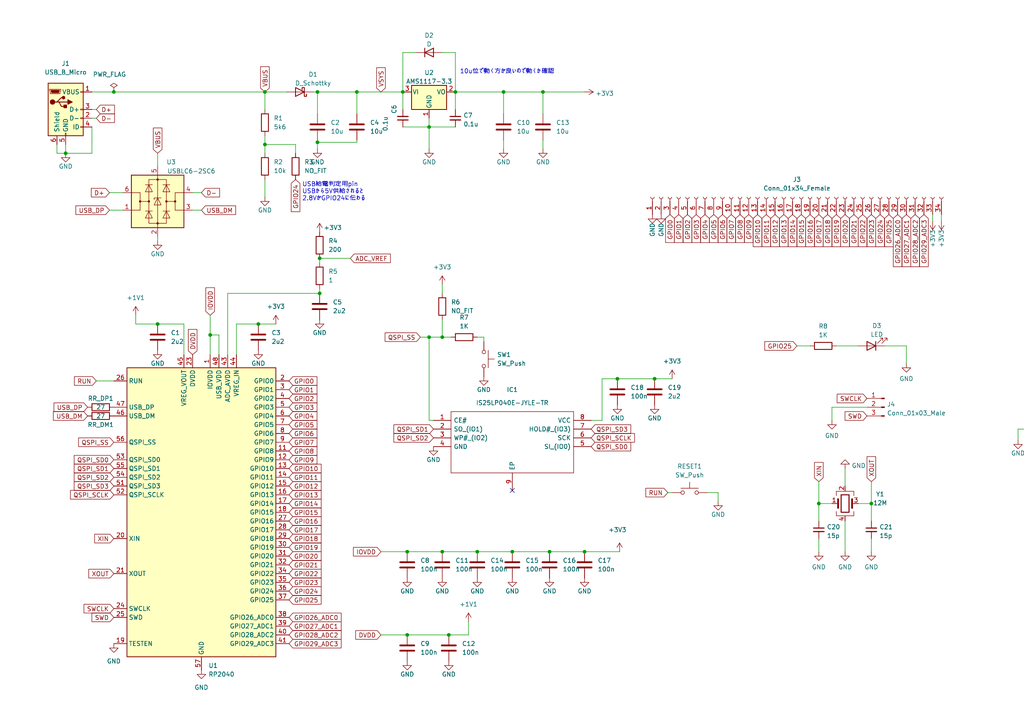
<source format=kicad_sch>
(kicad_sch (version 20230121) (generator eeschema)
  (paper "A4")
  (junction (at 124.46 97.79))
  (junction (at 159.385 160.02))
  (junction (at 252.73 146.05))
  (junction (at 45.72 93.98))
  (junction (at 237.49 146.05))
  (junction (at 132.08 26.67))
  (junction (at 33.02 26.67))
  (junction (at 130.175 184.15))
  (junction (at 103.505 26.67))
  (junction (at 92.71 85.09))
  (junction (at 148.59 160.02))
  (junction (at 146.05 26.67))
  (junction (at 92.075 26.67))
  (junction (at 76.835 41.91))
  (junction (at 118.11 184.15))
  (junction (at 116.84 26.67))
  (junction (at 128.27 97.79))
  (junction (at 179.07 109.855))
  (junction (at 60.96 97.155))
  (junction (at 128.27 160.02))
  (junction (at 124.46 36.83))
  (junction (at 74.93 93.98))
  (junction (at 118.11 160.02))
  (junction (at 169.545 160.02))
  (junction (at 76.835 26.67))
  (junction (at 92.075 41.275))
  (junction (at 92.71 74.93))
  (junction (at 19.05 44.45))
  (junction (at 189.865 109.855))
  (junction (at 157.48 26.67))
  (junction (at 138.43 160.02))
  (no_connect (at 148.59 142.24))
  (wire (pts (xy 27.94 110.49) (xy 33.02 110.49)))
  (wire (pts (xy 128.27 92.71) (xy 128.27 97.79)))
  (wire (pts (xy 252.73 146.05) (xy 252.73 139.7)))
  (wire (pts (xy 237.49 156.21) (xy 237.49 160.02)))
  (wire (pts (xy 231.14 100.33) (xy 234.95 100.33)))
  (wire (pts (xy 92.075 40.64) (xy 92.075 41.275)))
  (wire (pts (xy 378.46 124.46) (xy 378.46 127.635)))
  (wire (pts (xy 237.49 146.05) (xy 237.49 151.13)))
  (wire (pts (xy 45.72 44.45) (xy 45.72 48.26)))
  (wire (pts (xy 110.49 184.15) (xy 118.11 184.15)))
  (wire (pts (xy 248.92 146.05) (xy 252.73 146.05)))
  (wire (pts (xy 53.34 93.98) (xy 45.72 93.98)))
  (wire (pts (xy 159.385 160.02) (xy 169.545 160.02)))
  (wire (pts (xy 103.505 26.67) (xy 116.84 26.67)))
  (wire (pts (xy 171.45 121.92) (xy 174.625 121.92)))
  (wire (pts (xy 252.73 156.21) (xy 252.73 160.02)))
  (wire (pts (xy 66.04 85.09) (xy 66.04 102.87)))
  (wire (pts (xy 45.72 93.98) (xy 39.37 93.98)))
  (wire (pts (xy 27.94 31.75) (xy 26.67 31.75)))
  (wire (pts (xy 256.54 100.33) (xy 262.89 100.33)))
  (wire (pts (xy 252.73 146.05) (xy 252.73 151.13)))
  (wire (pts (xy 16.51 44.45) (xy 19.05 44.45)))
  (wire (pts (xy 63.5 97.155) (xy 60.96 97.155)))
  (wire (pts (xy 68.58 93.98) (xy 74.93 93.98)))
  (wire (pts (xy 380.365 124.46) (xy 378.46 124.46)))
  (wire (pts (xy 53.34 102.87) (xy 53.34 93.98)))
  (wire (pts (xy 124.46 97.79) (xy 124.46 121.92)))
  (wire (pts (xy 307.34 114.935) (xy 307.34 118.11)))
  (wire (pts (xy 26.67 44.45) (xy 19.05 44.45)))
  (wire (pts (xy 353.695 156.21) (xy 351.79 156.21)))
  (wire (pts (xy 205.105 142.875) (xy 208.28 142.875)))
  (wire (pts (xy 74.93 93.98) (xy 80.01 93.98)))
  (wire (pts (xy 327.025 156.21) (xy 325.12 156.21)))
  (wire (pts (xy 118.11 184.15) (xy 130.175 184.15)))
  (wire (pts (xy 157.48 40.64) (xy 157.48 43.18)))
  (wire (pts (xy 245.11 135.89) (xy 245.11 140.97)))
  (wire (pts (xy 103.505 26.67) (xy 103.505 33.02)))
  (wire (pts (xy 76.835 39.37) (xy 76.835 41.91)))
  (wire (pts (xy 321.945 97.155) (xy 320.04 97.155)))
  (wire (pts (xy 58.42 55.88) (xy 55.88 55.88)))
  (wire (pts (xy 92.71 74.93) (xy 92.71 76.2)))
  (wire (pts (xy 118.11 160.02) (xy 128.27 160.02)))
  (wire (pts (xy 128.27 160.02) (xy 138.43 160.02)))
  (wire (pts (xy 367.665 134.62) (xy 365.76 134.62)))
  (wire (pts (xy 146.05 26.67) (xy 157.48 26.67)))
  (wire (pts (xy 169.545 160.02) (xy 179.705 160.02)))
  (wire (pts (xy 320.04 124.46) (xy 320.04 127.635)))
  (wire (pts (xy 128.27 15.24) (xy 132.08 15.24)))
  (wire (pts (xy 140.335 97.79) (xy 140.335 99.06)))
  (wire (pts (xy 237.49 146.05) (xy 241.3 146.05)))
  (wire (pts (xy 124.46 36.83) (xy 132.08 36.83)))
  (wire (pts (xy 241.3 121.92) (xy 241.3 118.11)))
  (wire (pts (xy 270.51 64.135) (xy 270.51 62.23)))
  (wire (pts (xy 76.835 26.67) (xy 83.185 26.67)))
  (wire (pts (xy 132.08 26.67) (xy 132.08 31.75)))
  (wire (pts (xy 60.96 97.155) (xy 60.96 102.87)))
  (wire (pts (xy 365.76 114.935) (xy 365.76 118.11)))
  (wire (pts (xy 92.71 83.82) (xy 92.71 85.09)))
  (wire (pts (xy 367.665 114.935) (xy 365.76 114.935)))
  (wire (pts (xy 135.89 184.15) (xy 130.175 184.15)))
  (wire (pts (xy 33.02 26.67) (xy 76.835 26.67)))
  (wire (pts (xy 60.96 91.44) (xy 60.96 97.155)))
  (wire (pts (xy 135.89 180.34) (xy 135.89 184.15)))
  (wire (pts (xy 297.18 124.46) (xy 295.275 124.46)))
  (wire (pts (xy 241.3 118.11) (xy 251.46 118.11)))
  (wire (pts (xy 121.92 97.79) (xy 124.46 97.79)))
  (wire (pts (xy 120.65 15.24) (xy 116.84 15.24)))
  (wire (pts (xy 63.5 102.87) (xy 63.5 97.155)))
  (wire (pts (xy 355.6 97.155) (xy 353.695 97.155)))
  (wire (pts (xy 273.05 64.135) (xy 273.05 62.23)))
  (wire (pts (xy 103.505 41.275) (xy 92.075 41.275)))
  (wire (pts (xy 45.72 69.85) (xy 45.72 68.58)))
  (wire (pts (xy 179.07 109.855) (xy 189.865 109.855)))
  (wire (pts (xy 320.04 97.155) (xy 320.04 100.33)))
  (wire (pts (xy 116.84 36.83) (xy 124.46 36.83)))
  (wire (pts (xy 295.275 124.46) (xy 295.275 127.635)))
  (wire (pts (xy 110.49 160.02) (xy 118.11 160.02)))
  (wire (pts (xy 138.43 97.79) (xy 140.335 97.79)))
  (wire (pts (xy 208.28 142.875) (xy 208.28 145.415)))
  (wire (pts (xy 92.075 26.67) (xy 92.075 33.02)))
  (wire (pts (xy 124.46 34.29) (xy 124.46 36.83)))
  (wire (pts (xy 16.51 41.91) (xy 16.51 44.45)))
  (wire (pts (xy 157.48 33.02) (xy 157.48 26.67)))
  (wire (pts (xy 76.835 57.15) (xy 76.835 52.07)))
  (wire (pts (xy 19.05 41.91) (xy 19.05 44.45)))
  (wire (pts (xy 128.27 97.79) (xy 130.81 97.79)))
  (wire (pts (xy 128.27 82.55) (xy 128.27 85.09)))
  (wire (pts (xy 353.695 97.155) (xy 353.695 100.33)))
  (wire (pts (xy 26.67 26.67) (xy 33.02 26.67)))
  (wire (pts (xy 76.835 26.67) (xy 76.835 31.75)))
  (wire (pts (xy 309.245 134.62) (xy 307.34 134.62)))
  (wire (pts (xy 31.75 60.96) (xy 35.56 60.96)))
  (wire (pts (xy 66.04 85.09) (xy 92.71 85.09)))
  (wire (pts (xy 68.58 102.87) (xy 68.58 93.98)))
  (wire (pts (xy 92.075 41.275) (xy 92.075 43.18)))
  (wire (pts (xy 132.08 15.24) (xy 132.08 26.67)))
  (wire (pts (xy 309.245 114.935) (xy 307.34 114.935)))
  (wire (pts (xy 58.42 60.96) (xy 55.88 60.96)))
  (wire (pts (xy 124.46 97.79) (xy 128.27 97.79)))
  (wire (pts (xy 85.725 41.91) (xy 76.835 41.91)))
  (wire (pts (xy 146.05 40.64) (xy 146.05 43.18)))
  (wire (pts (xy 307.34 134.62) (xy 307.34 137.795)))
  (wire (pts (xy 174.625 121.92) (xy 174.625 109.855)))
  (wire (pts (xy 85.725 44.45) (xy 85.725 41.91)))
  (wire (pts (xy 76.835 41.91) (xy 76.835 44.45)))
  (wire (pts (xy 245.11 160.02) (xy 245.11 151.13)))
  (wire (pts (xy 124.46 121.92) (xy 125.73 121.92)))
  (wire (pts (xy 146.05 26.67) (xy 146.05 33.02)))
  (wire (pts (xy 39.37 91.44) (xy 39.37 93.98)))
  (wire (pts (xy 351.79 156.21) (xy 351.79 159.385)))
  (wire (pts (xy 355.6 124.46) (xy 353.695 124.46)))
  (wire (pts (xy 116.84 26.67) (xy 116.84 31.75)))
  (wire (pts (xy 242.57 100.33) (xy 248.92 100.33)))
  (wire (pts (xy 132.08 26.67) (xy 146.05 26.67)))
  (wire (pts (xy 31.75 55.88) (xy 35.56 55.88)))
  (wire (pts (xy 26.67 36.83) (xy 26.67 44.45)))
  (wire (pts (xy 92.075 26.67) (xy 103.505 26.67)))
  (wire (pts (xy 124.46 36.83) (xy 124.46 43.18)))
  (wire (pts (xy 90.805 26.67) (xy 92.075 26.67)))
  (wire (pts (xy 148.59 160.02) (xy 159.385 160.02)))
  (wire (pts (xy 237.49 139.7) (xy 237.49 146.05)))
  (wire (pts (xy 92.71 74.93) (xy 101.6 74.93)))
  (wire (pts (xy 189.865 109.855) (xy 194.945 109.855)))
  (wire (pts (xy 321.945 124.46) (xy 320.04 124.46)))
  (wire (pts (xy 174.625 109.855) (xy 179.07 109.855)))
  (wire (pts (xy 157.48 26.67) (xy 169.545 26.67)))
  (wire (pts (xy 193.675 142.875) (xy 194.945 142.875)))
  (wire (pts (xy 116.84 15.24) (xy 116.84 26.67)))
  (wire (pts (xy 103.505 41.275) (xy 103.505 40.64)))
  (wire (pts (xy 262.89 100.33) (xy 262.89 105.41)))
  (wire (pts (xy 325.12 156.21) (xy 325.12 159.385)))
  (wire (pts (xy 365.76 134.62) (xy 365.76 137.795)))
  (wire (pts (xy 138.43 160.02) (xy 148.59 160.02)))
  (wire (pts (xy 27.94 34.29) (xy 26.67 34.29)))
  (wire (pts (xy 353.695 124.46) (xy 353.695 127.635)))
  (text "USB給電判定用pin\nUSBから5V供給されると\n2.8VがGPIO24に伝わる" (at 87.63 58.42 0) (effects (font (size 1.27 1.27)) (justify left bottom)))
  (text "10u位で動く方が良いので動くか確認" (at 133.35 21.59 0) (effects (font (size 1.27 1.27)) (justify left bottom)))
  (global_label "SWD" (shape input) (at 251.46 120.65 180) (property "Intersheetrefs" "${INTERSHEET_REFS}" (effects hide)))
  (global_label "XIN" (shape input) (at 33.02 156.21 180) (property "Intersheetrefs" "${INTERSHEET_REFS}" (effects hide)))
  (global_label "GPIO9" (shape input) (at 217.17 62.23 270) (property "Intersheetrefs" "${INTERSHEET_REFS}" (effects hide)))
  (global_label "GPIO5" (shape input) (at 83.82 123.19 0) (property "Intersheetrefs" "${INTERSHEET_REFS}" (effects hide)))
  (global_label "GPIO11" (shape input) (at 83.82 138.43 0) (property "Intersheetrefs" "${INTERSHEET_REFS}" (effects hide)))
  (global_label "GPIO7" (shape input) (at 83.82 128.27 0) (property "Intersheetrefs" "${INTERSHEET_REFS}" (effects hide)))
  (global_label "GPIO23" (shape input) (at 83.82 168.91 0) (property "Intersheetrefs" "${INTERSHEET_REFS}" (effects hide)))
  (global_label "QSPI_SD3" (shape input) (at 171.45 124.46 0) (property "Intersheetrefs" "${INTERSHEET_REFS}" (effects hide)))
  (global_label "QSPI_SCLK" (shape input) (at 171.45 127 0) (property "Intersheetrefs" "${INTERSHEET_REFS}" (effects hide)))
  (global_label "GPIO14" (shape input) (at 83.82 146.05 0) (property "Intersheetrefs" "${INTERSHEET_REFS}" (effects hide)))
  (global_label "QSPI_SCLK" (shape input) (at 33.02 143.51 180) (property "Intersheetrefs" "${INTERSHEET_REFS}" (effects hide)))
  (global_label "QSPI_SS" (shape input) (at 121.92 97.79 180) (property "Intersheetrefs" "${INTERSHEET_REFS}" (effects hide)))
  (global_label "GPIO21" (shape input) (at 365.76 124.46 0) (property "Intersheetrefs" "${INTERSHEET_REFS}" (effects hide)))
  (global_label "GPIO13" (shape input) (at 227.33 62.23 270) (property "Intersheetrefs" "${INTERSHEET_REFS}" (effects hide)))
  (global_label "GPIO18" (shape input) (at 240.03 62.23 270) (property "Intersheetrefs" "${INTERSHEET_REFS}" (effects hide)))
  (global_label "GPIO0" (shape input) (at 332.105 97.155 0) (property "Intersheetrefs" "${INTERSHEET_REFS}" (effects hide)))
  (global_label "GPIO20" (shape input) (at 390.525 124.46 0) (property "Intersheetrefs" "${INTERSHEET_REFS}" (effects hide)))
  (global_label "ADC_VREF" (shape input) (at 101.6 74.93 0) (property "Intersheetrefs" "${INTERSHEET_REFS}" (effects hide)))
  (global_label "GPIO0" (shape input) (at 194.31 62.23 270) (property "Intersheetrefs" "${INTERSHEET_REFS}" (effects hide)))
  (global_label "GPIO7" (shape input) (at 212.09 62.23 270) (property "Intersheetrefs" "${INTERSHEET_REFS}" (effects hide)))
  (global_label "VSYS" (shape input) (at 110.49 26.67 90) (property "Intersheetrefs" "${INTERSHEET_REFS}" (effects hide)))
  (global_label "GPIO27_ADC1" (shape input) (at 262.89 62.23 270) (property "Intersheetrefs" "${INTERSHEET_REFS}" (effects hide)))
  (global_label "GPIO22" (shape input) (at 377.825 114.935 0) (property "Intersheetrefs" "${INTERSHEET_REFS}" (effects hide)))
  (global_label "QSPI_SD2" (shape input) (at 33.02 138.43 180) (property "Intersheetrefs" "${INTERSHEET_REFS}" (effects hide)))
  (global_label "GPIO4" (shape input) (at 83.82 120.65 0) (property "Intersheetrefs" "${INTERSHEET_REFS}" (effects hide)))
  (global_label "GPIO17" (shape input) (at 237.49 62.23 270) (property "Intersheetrefs" "${INTERSHEET_REFS}" (effects hide)))
  (global_label "GPIO19" (shape input) (at 242.57 62.23 270) (property "Intersheetrefs" "${INTERSHEET_REFS}" (effects hide)))
  (global_label "USB_DM" (shape input) (at 25.4 120.65 180) (property "Intersheetrefs" "${INTERSHEET_REFS}" (effects hide)))
  (global_label "GPIO3" (shape input) (at 201.93 62.23 270) (property "Intersheetrefs" "${INTERSHEET_REFS}" (effects hide)))
  (global_label "GPIO29_ADC3" (shape input) (at 267.97 62.23 270) (property "Intersheetrefs" "${INTERSHEET_REFS}" (effects hide)))
  (global_label "GPIO16" (shape input) (at 83.82 151.13 0) (property "Intersheetrefs" "${INTERSHEET_REFS}" (effects hide)))
  (global_label "GPIO18" (shape input) (at 83.82 156.21 0) (property "Intersheetrefs" "${INTERSHEET_REFS}" (effects hide)))
  (global_label "SWD" (shape input) (at 33.02 179.07 180) (property "Intersheetrefs" "${INTERSHEET_REFS}" (effects hide)))
  (global_label "GPIO14" (shape input) (at 229.87 62.23 270) (property "Intersheetrefs" "${INTERSHEET_REFS}" (effects hide)))
  (global_label "GPIO1" (shape input) (at 196.85 62.23 270) (property "Intersheetrefs" "${INTERSHEET_REFS}" (effects hide)))
  (global_label "GPIO21" (shape input) (at 83.82 163.83 0) (property "Intersheetrefs" "${INTERSHEET_REFS}" (effects hide)))
  (global_label "USB_DM" (shape input) (at 58.42 60.96 0) (property "Intersheetrefs" "${INTERSHEET_REFS}" (effects hide)))
  (global_label "GPIO21" (shape input) (at 247.65 62.23 270) (property "Intersheetrefs" "${INTERSHEET_REFS}" (effects hide)))
  (global_label "SWCLK" (shape input) (at 251.46 115.57 180) (property "Intersheetrefs" "${INTERSHEET_REFS}" (effects hide)))
  (global_label "DVDD" (shape input) (at 55.88 102.87 90) (property "Intersheetrefs" "${INTERSHEET_REFS}" (effects hide)))
  (global_label "GPIO15" (shape input) (at 83.82 148.59 0) (property "Intersheetrefs" "${INTERSHEET_REFS}" (effects hide)))
  (global_label "GPIO2" (shape input) (at 307.34 124.46 0) (property "Intersheetrefs" "${INTERSHEET_REFS}" (effects hide)))
  (global_label "GPIO22" (shape input) (at 250.19 62.23 270) (property "Intersheetrefs" "${INTERSHEET_REFS}" (effects hide)))
  (global_label "GPIO23" (shape input) (at 252.73 62.23 270) (property "Intersheetrefs" "${INTERSHEET_REFS}" (effects hide)))
  (global_label "GPIO2" (shape input) (at 83.82 115.57 0) (property "Intersheetrefs" "${INTERSHEET_REFS}" (effects hide)))
  (global_label "XOUT" (shape input) (at 252.73 139.7 90) (property "Intersheetrefs" "${INTERSHEET_REFS}" (effects hide)))
  (global_label "GPIO12" (shape input) (at 224.79 62.23 270) (property "Intersheetrefs" "${INTERSHEET_REFS}" (effects hide)))
  (global_label "GPIO6" (shape input) (at 83.82 125.73 0) (property "Intersheetrefs" "${INTERSHEET_REFS}" (effects hide)))
  (global_label "GPIO5" (shape input) (at 207.01 62.23 270) (property "Intersheetrefs" "${INTERSHEET_REFS}" (effects hide)))
  (global_label "GPIO10" (shape input) (at 219.71 62.23 270) (property "Intersheetrefs" "${INTERSHEET_REFS}" (effects hide)))
  (global_label "GPIO15" (shape input) (at 232.41 62.23 270) (property "Intersheetrefs" "${INTERSHEET_REFS}" (effects hide)))
  (global_label "GPIO20" (shape input) (at 83.82 161.29 0) (property "Intersheetrefs" "${INTERSHEET_REFS}" (effects hide)))
  (global_label "DVDD" (shape input) (at 110.49 184.15 180) (property "Intersheetrefs" "${INTERSHEET_REFS}" (effects hide)))
  (global_label "VBUS" (shape input) (at 45.72 44.45 90) (property "Intersheetrefs" "${INTERSHEET_REFS}" (effects hide)))
  (global_label "GPIO0" (shape input) (at 83.82 110.49 0) (property "Intersheetrefs" "${INTERSHEET_REFS}" (effects hide)))
  (global_label "GPIO29_ADC3" (shape input) (at 83.82 186.69 0) (property "Intersheetrefs" "${INTERSHEET_REFS}" (effects hide)))
  (global_label "GPIO4" (shape input) (at 319.405 134.62 0) (property "Intersheetrefs" "${INTERSHEET_REFS}" (effects hide)))
  (global_label "GPIO10" (shape input) (at 83.82 135.89 0) (property "Intersheetrefs" "${INTERSHEET_REFS}" (effects hide)))
  (global_label "RUN" (shape input) (at 193.675 142.875 180) (property "Intersheetrefs" "${INTERSHEET_REFS}" (effects hide)))
  (global_label "XOUT" (shape input) (at 33.02 166.37 180) (property "Intersheetrefs" "${INTERSHEET_REFS}" (effects hide)))
  (global_label "GPIO1" (shape input) (at 83.82 113.03 0) (property "Intersheetrefs" "${INTERSHEET_REFS}" (effects hide)))
  (global_label "GPIO28_ADC2" (shape input) (at 83.82 184.15 0) (property "Intersheetrefs" "${INTERSHEET_REFS}" (effects hide)))
  (global_label "IOVDD" (shape input) (at 60.96 91.44 90) (property "Intersheetrefs" "${INTERSHEET_REFS}" (effects hide)))
  (global_label "QSPI_SD0" (shape input) (at 171.45 129.54 0) (property "Intersheetrefs" "${INTERSHEET_REFS}" (effects hide)))
  (global_label "GPIO3" (shape input) (at 83.82 118.11 0) (property "Intersheetrefs" "${INTERSHEET_REFS}" (effects hide)))
  (global_label "GPIO8" (shape input) (at 83.82 130.81 0) (property "Intersheetrefs" "${INTERSHEET_REFS}" (effects hide)))
  (global_label "QSPI_SS" (shape input) (at 33.02 128.27 180) (property "Intersheetrefs" "${INTERSHEET_REFS}" (effects hide)))
  (global_label "GPIO18" (shape input) (at 363.855 156.21 0) (property "Intersheetrefs" "${INTERSHEET_REFS}" (effects hide)))
  (global_label "GPIO19" (shape input) (at 83.82 158.75 0) (property "Intersheetrefs" "${INTERSHEET_REFS}" (effects hide)))
  (global_label "GPIO23" (shape input) (at 365.76 97.155 0) (property "Intersheetrefs" "${INTERSHEET_REFS}" (effects hide)))
  (global_label "GPIO24" (shape input) (at 85.725 52.07 270) (property "Intersheetrefs" "${INTERSHEET_REFS}" (effects hide)))
  (global_label "D+" (shape input) (at 31.75 55.88 180) (property "Intersheetrefs" "${INTERSHEET_REFS}" (effects hide)))
  (global_label "GPIO3" (shape input) (at 332.105 124.46 0) (property "Intersheetrefs" "${INTERSHEET_REFS}" (effects hide)))
  (global_label "USB_DP" (shape input) (at 31.75 60.96 180) (property "Intersheetrefs" "${INTERSHEET_REFS}" (effects hide)))
  (global_label "GPIO1" (shape input) (at 319.405 114.935 0) (property "Intersheetrefs" "${INTERSHEET_REFS}" (effects hide)))
  (global_label "GPIO8" (shape input) (at 214.63 62.23 270) (property "Intersheetrefs" "${INTERSHEET_REFS}" (effects hide)))
  (global_label "GPIO2" (shape input) (at 199.39 62.23 270) (property "Intersheetrefs" "${INTERSHEET_REFS}" (effects hide)))
  (global_label "GPIO6" (shape input) (at 209.55 62.23 270) (property "Intersheetrefs" "${INTERSHEET_REFS}" (effects hide)))
  (global_label "GPIO25" (shape input) (at 257.81 62.23 270) (property "Intersheetrefs" "${INTERSHEET_REFS}" (effects hide)))
  (global_label "GPIO22" (shape input) (at 83.82 166.37 0) (property "Intersheetrefs" "${INTERSHEET_REFS}" (effects hide)))
  (global_label "GPIO26_ADC0" (shape input) (at 260.35 62.23 270) (property "Intersheetrefs" "${INTERSHEET_REFS}" (effects hide)))
  (global_label "GPIO20" (shape input) (at 245.11 62.23 270) (property "Intersheetrefs" "${INTERSHEET_REFS}" (effects hide)))
  (global_label "D-" (shape input) (at 27.94 34.29 0) (property "Intersheetrefs" "${INTERSHEET_REFS}" (effects hide)))
  (global_label "GPIO19" (shape input) (at 377.825 134.62 0) (property "Intersheetrefs" "${INTERSHEET_REFS}" (effects hide)))
  (global_label "GPIO11" (shape input) (at 222.25 62.23 270) (property "Intersheetrefs" "${INTERSHEET_REFS}" (effects hide)))
  (global_label "IOVDD" (shape input) (at 110.49 160.02 180) (property "Intersheetrefs" "${INTERSHEET_REFS}" (effects hide)))
  (global_label "GPIO27_ADC1" (shape input) (at 83.82 181.61 0) (property "Intersheetrefs" "${INTERSHEET_REFS}" (effects hide)))
  (global_label "GPIO24" (shape input) (at 255.27 62.23 270) (property "Intersheetrefs" "${INTERSHEET_REFS}" (effects hide)))
  (global_label "QSPI_SD1" (shape input) (at 33.02 135.89 180) (property "Intersheetrefs" "${INTERSHEET_REFS}" (effects hide)))
  (global_label "GPIO16" (shape input) (at 234.95 62.23 270) (property "Intersheetrefs" "${INTERSHEET_REFS}" (effects hide)))
  (global_label "GPIO24" (shape input) (at 83.82 171.45 0) (property "Intersheetrefs" "${INTERSHEET_REFS}" (effects hide)))
  (global_label "GPIO13" (shape input) (at 83.82 143.51 0) (property "Intersheetrefs" "${INTERSHEET_REFS}" (effects hide)))
  (global_label "VBUS" (shape input) (at 76.835 26.67 90) (property "Intersheetrefs" "${INTERSHEET_REFS}" (effects hide)))
  (global_label "GPIO4" (shape input) (at 204.47 62.23 270) (property "Intersheetrefs" "${INTERSHEET_REFS}" (effects hide)))
  (global_label "D+" (shape input) (at 27.94 31.75 0) (property "Intersheetrefs" "${INTERSHEET_REFS}" (effects hide)))
  (global_label "GPIO12" (shape input) (at 83.82 140.97 0) (property "Intersheetrefs" "${INTERSHEET_REFS}" (effects hide)))
  (global_label "GPIO5" (shape input) (at 337.185 156.21 0) (property "Intersheetrefs" "${INTERSHEET_REFS}" (effects hide)))
  (global_label "GPIO9" (shape input) (at 83.82 133.35 0) (property "Intersheetrefs" "${INTERSHEET_REFS}" (effects hide)))
  (global_label "USB_DP" (shape input) (at 25.4 118.11 180) (property "Intersheetrefs" "${INTERSHEET_REFS}" (effects hide)))
  (global_label "D-" (shape input) (at 58.42 55.88 0) (property "Intersheetrefs" "${INTERSHEET_REFS}" (effects hide)))
  (global_label "GPIO25" (shape input) (at 231.14 100.33 180) (property "Intersheetrefs" "${INTERSHEET_REFS}" (effects hide)))
  (global_label "XIN" (shape input) (at 237.49 139.7 90) (property "Intersheetrefs" "${INTERSHEET_REFS}" (effects hide)))
  (global_label "QSPI_SD3" (shape input) (at 33.02 140.97 180) (property "Intersheetrefs" "${INTERSHEET_REFS}" (effects hide)))
  (global_label "QSPI_SD1" (shape input) (at 125.73 124.46 180) (property "Intersheetrefs" "${INTERSHEET_REFS}" (effects hide)))
  (global_label "QSPI_SD2" (shape input) (at 125.73 127 180) (property "Intersheetrefs" "${INTERSHEET_REFS}" (effects hide)))
  (global_label "SWCLK" (shape input) (at 33.02 176.53 180) (property "Intersheetrefs" "${INTERSHEET_REFS}" (effects hide)))
  (global_label "QSPI_SD0" (shape input) (at 33.02 133.35 180) (property "Intersheetrefs" "${INTERSHEET_REFS}" (effects hide)))
  (global_label "GPIO25" (shape input) (at 83.82 173.99 0) (property "Intersheetrefs" "${INTERSHEET_REFS}" (effects hide)))
  (global_label "GPIO17" (shape input) (at 83.82 153.67 0) (property "Intersheetrefs" "${INTERSHEET_REFS}" (effects hide)))
  (global_label "GPIO28_ADC2" (shape input) (at 265.43 62.23 270) (property "Intersheetrefs" "${INTERSHEET_REFS}" (effects hide)))
  (global_label "GPIO26_ADC0" (shape input) (at 83.82 179.07 0) (property "Intersheetrefs" "${INTERSHEET_REFS}" (effects hide)))
  (global_label "RUN" (shape input) (at 27.94 110.49 180) (property "Intersheetrefs" "${INTERSHEET_REFS}" (effects hide)))
  (symbol (lib_id "power:GND") (at 353.695 127.635 0) (unit 1)
    (property "Reference" "#PWR015" (effects hide))
    (property "Value" "GND" (at 353.695 131.445 0))
  )
  (symbol (lib_id "Device:C") (at 130.175 187.96 180) (unit 1)
    (property "Reference" "C12" (at 133.985 186.6899 0) (effects (justify right)))
    (property "Value" "100n" (at 133.985 189.2299 0) (effects (justify right)))
    (property "Footprint" "Capacitor_SMD:C_0402_1005Metric_Pad0.74x0.62mm_HandSolder" (effects hide))
  )
  (symbol (lib_id "Switch:SW_Push") (at 327.025 124.46 0) (unit 1)
    (property "Reference" "→11" (at 327.025 116.84 0))
    (property "Value" "SW_Push" (at 327.025 119.38 0))
    (property "Footprint" "Button_Switch_SMD:SW_SPST_SKQG_WithStem" (effects hide))
  )
  (symbol (lib_id "Device:C") (at 103.505 36.83 0) (unit 1)
    (property "Reference" "C4" (at 107.315 35.5599 0) (effects (justify left)))
    (property "Value" "10u" (at 107.315 38.0999 0) (effects (justify left)))
    (property "Footprint" "Capacitor_SMD:C_0402_1005Metric_Pad0.74x0.62mm_HandSolder" (effects hide))
  )
  (symbol (lib_id "Device:R") (at 238.76 100.33 270) (unit 1)
    (property "Reference" "R8" (at 238.76 94.615 90))
    (property "Value" "1K" (at 238.76 97.155 90))
    (property "Footprint" "Resistor_SMD:R_0603_1608Metric" (effects hide))
  )
  (symbol (lib_id "power:GND") (at 146.05 43.18 0) (unit 1)
    (property "Reference" "#PWR0119" (effects hide))
    (property "Value" "GND" (at 146.05 46.99 0))
  )
  (symbol (lib_id "Device:C") (at 169.545 163.83 180) (unit 1)
    (property "Reference" "C17" (at 173.355 162.5599 0) (effects (justify right)))
    (property "Value" "100n" (at 173.355 165.0999 0) (effects (justify right)))
    (property "Footprint" "Capacitor_SMD:C_0402_1005Metric_Pad0.74x0.62mm_HandSolder" (effects hide))
  )
  (symbol (lib_id "Switch:SW_Push") (at 372.745 114.935 0) (unit 1)
    (property "Reference" "Y2" (at 372.745 107.315 0))
    (property "Value" "SW_Push" (at 372.745 109.855 0))
    (property "Footprint" "Button_Switch_SMD:SW_SPST_SKQG_WithStem" (effects hide))
  )
  (symbol (lib_id "Device:C_Small") (at 252.73 153.67 0) (unit 1)
    (property "Reference" "C21" (at 255.0541 152.8416 0) (effects (justify left)))
    (property "Value" "15p" (at 255.0541 155.3785 0) (effects (justify left)))
    (property "Footprint" "Capacitor_SMD:C_0402_1005Metric_Pad0.74x0.62mm_HandSolder" (effects hide))
  )
  (symbol (lib_id "power:+3V3") (at 128.27 82.55 0) (unit 1)
    (property "Reference" "#PWR0120" (effects hide))
    (property "Value" "+3V3" (at 128.27 77.47 0))
  )
  (symbol (lib_id "power:GND") (at 92.71 92.71 0) (unit 1)
    (property "Reference" "#PWR0129" (effects hide))
    (property "Value" "GND" (at 92.71 96.52 0))
  )
  (symbol (lib_id "power:GND") (at 148.59 167.64 0) (unit 1)
    (property "Reference" "#PWR0137" (effects hide))
    (property "Value" "GND" (at 148.59 171.45 0))
  )
  (symbol (lib_id "power:GND") (at 138.43 167.64 0) (unit 1)
    (property "Reference" "#PWR0139" (effects hide))
    (property "Value" "GND" (at 138.43 171.45 0))
  )
  (symbol (lib_id "Switch:SW_Push") (at 327.025 97.155 0) (unit 1)
    (property "Reference" "L1" (at 327.025 89.535 0))
    (property "Value" "SW_Push" (at 327.025 92.075 0))
    (property "Footprint" "Button_Switch_SMD:SW_SPST_EVQP7A" (effects hide))
  )
  (symbol (lib_id "Device:R") (at 92.71 80.01 0) (unit 1)
    (property "Reference" "R5" (at 95.25 78.7399 0) (effects (justify left)))
    (property "Value" "1" (at 95.25 81.2799 0) (effects (justify left)))
    (property "Footprint" "Resistor_SMD:R_0603_1608Metric" (effects hide))
  )
  (symbol (lib_id "Device:D_Schottky") (at 86.995 26.67 180) (unit 1)
    (property "Reference" "D1" (at 90.805 21.59 0))
    (property "Value" "D_Schottky" (at 90.805 24.13 0))
    (property "Footprint" "Diode_SMD:D_SOD-323" (effects hide))
  )
  (symbol (lib_id "Device:R") (at 85.725 48.26 0) (unit 1)
    (property "Reference" "R3" (at 88.265 46.9899 0) (effects (justify left)))
    (property "Value" "NO_FIT" (at 88.265 49.5299 0) (effects (justify left)))
    (property "Footprint" "Resistor_SMD:R_0603_1608Metric" (effects hide))
  )
  (symbol (lib_id "power:GND") (at 140.335 109.22 0) (unit 1)
    (property "Reference" "#PWR0114" (effects hide))
    (property "Value" "GND" (at 140.335 113.03 0))
  )
  (symbol (lib_id "power:GND") (at 130.175 191.77 0) (unit 1)
    (property "Reference" "#PWR0134" (effects hide))
    (property "Value" "GND" (at 130.175 195.58 0))
  )
  (symbol (lib_id "Switch:SW_Push") (at 200.025 142.875 0) (unit 1)
    (property "Reference" "RESET1" (at 200.025 135.255 0))
    (property "Value" "SW_Push" (at 200.025 137.795 0))
    (property "Footprint" "Button_Switch_SMD:SW_SPST_SKQG_WithStem" (effects hide))
  )
  (symbol (lib_id "power:GND") (at 325.12 159.385 0) (unit 1)
    (property "Reference" "#PWR012" (effects hide))
    (property "Value" "GND" (at 325.12 163.195 0))
  )
  (symbol (lib_id "power:GND") (at 295.275 127.635 0) (unit 1)
    (property "Reference" "#PWR07" (effects hide))
    (property "Value" "GND" (at 295.275 131.445 0))
  )
  (symbol (lib_id "Switch:SW_Push") (at 360.68 97.155 0) (unit 1)
    (property "Reference" "R9" (at 360.68 89.535 0))
    (property "Value" "SW_Push" (at 360.68 92.075 0))
    (property "Footprint" "Button_Switch_SMD:SW_SPST_EVQP7A" (effects hide))
  )
  (symbol (lib_id "power:GND") (at 262.89 105.41 0) (unit 1)
    (property "Reference" "#PWR0102" (effects hide))
    (property "Value" "GND" (at 262.89 109.8534 0))
  )
  (symbol (lib_id "Device:R") (at 92.71 71.12 0) (unit 1)
    (property "Reference" "R4" (at 95.25 69.8499 0) (effects (justify left)))
    (property "Value" "200" (at 95.25 72.3899 0) (effects (justify left)))
    (property "Footprint" "Resistor_SMD:R_0603_1608Metric" (effects hide))
  )
  (symbol (lib_id "Device:C_Small") (at 237.49 153.67 0) (unit 1)
    (property "Reference" "C20" (at 239.8141 152.8416 0) (effects (justify left)))
    (property "Value" "15p" (at 239.8141 155.3785 0) (effects (justify left)))
    (property "Footprint" "Capacitor_SMD:C_0402_1005Metric_Pad0.74x0.62mm_HandSolder" (effects hide))
  )
  (symbol (lib_id "Device:R") (at 29.21 118.11 90) (unit 1)
    (property "Reference" "RR_DP1" (at 29.21 115.57 90))
    (property "Value" "27" (at 29.21 118.11 90))
    (property "Footprint" "Resistor_SMD:R_0603_1608Metric" (effects hide))
  )
  (symbol (lib_id "Connector:USB_B_Micro") (at 19.05 31.75 0) (unit 1)
    (property "Reference" "J1" (at 19.05 18.415 0))
    (property "Value" "USB_B_Micro" (at 19.05 20.955 0))
    (property "Footprint" "Connector_USB:USB_Micro-B_Amphenol_10103594-0001LF_Horizontal" (effects hide))
  )
  (symbol (lib_id "MCU_RaspberryPi:RP2040") (at 58.42 148.59 0) (unit 1)
    (property "Reference" "U1" (at 60.4394 193.04 0) (effects (justify left)))
    (property "Value" "RP2040" (at 60.4394 195.58 0) (effects (justify left)))
    (property "Footprint" "Package_DFN_QFN:QFN-56-1EP_7x7mm_P0.4mm_EP3.2x3.2mm" (effects hide))
    (property "Datasheet" "https://datasheets.raspberrypi.com/rp2040/rp2040-datasheet.pdf" (effects hide))
  )
  (symbol (lib_id "power:GND") (at 307.34 137.795 0) (unit 1)
    (property "Reference" "#PWR09" (effects hide))
    (property "Value" "GND" (at 307.34 141.605 0))
  )
  (symbol (lib_id "Device:C") (at 179.07 113.665 180) (unit 1)
    (property "Reference" "C18" (at 182.88 112.3949 0) (effects (justify right)))
    (property "Value" "100n" (at 182.88 114.9349 0) (effects (justify right)))
    (property "Footprint" "Capacitor_SMD:C_0402_1005Metric_Pad0.74x0.62mm_HandSolder" (effects hide))
  )
  (symbol (lib_id "power:+3V3") (at 80.01 93.98 0) (unit 1)
    (property "Reference" "#PWR0127" (effects hide))
    (property "Value" "+3V3" (at 80.01 88.9 0))
  )
  (symbol (lib_id "Device:C") (at 146.05 36.83 0) (unit 1)
    (property "Reference" "C10" (at 149.86 35.5599 0) (effects (justify left)))
    (property "Value" "10u" (at 149.86 38.0999 0) (effects (justify left)))
    (property "Footprint" "Capacitor_SMD:C_0402_1005Metric_Pad0.74x0.62mm_HandSolder" (effects hide))
  )
  (symbol (lib_id "power:GND") (at 118.11 191.77 0) (unit 1)
    (property "Reference" "#PWR0135" (effects hide))
    (property "Value" "GND" (at 118.11 195.58 0))
  )
  (symbol (lib_id "power:GND") (at 320.04 127.635 0) (unit 1)
    (property "Reference" "#PWR011" (effects hide))
    (property "Value" "GND" (at 320.04 131.445 0))
  )
  (symbol (lib_id "power:GND") (at 128.27 167.64 0) (unit 1)
    (property "Reference" "#PWR0132" (effects hide))
    (property "Value" "GND" (at 128.27 171.45 0))
  )
  (symbol (lib_id "power:GND") (at 157.48 43.18 0) (unit 1)
    (property "Reference" "#PWR0117" (effects hide))
    (property "Value" "GND" (at 157.48 46.99 0))
  )
  (symbol (lib_id "Device:C") (at 189.865 113.665 180) (unit 1)
    (property "Reference" "C19" (at 193.675 112.3949 0) (effects (justify right)))
    (property "Value" "2u2" (at 193.675 114.9349 0) (effects (justify right)))
    (property "Footprint" "Capacitor_SMD:C_0402_1005Metric_Pad0.74x0.62mm_HandSolder" (effects hide))
  )
  (symbol (lib_id "power:GND") (at 179.07 117.475 0) (unit 1)
    (property "Reference" "#PWR0116" (effects hide))
    (property "Value" "GND" (at 179.07 121.285 0))
  )
  (symbol (lib_id "Device:C") (at 138.43 163.83 180) (unit 1)
    (property "Reference" "C14" (at 142.24 162.5599 0) (effects (justify right)))
    (property "Value" "100n" (at 142.24 165.0999 0) (effects (justify right)))
    (property "Footprint" "Capacitor_SMD:C_0402_1005Metric_Pad0.74x0.62mm_HandSolder" (effects hide))
  )
  (symbol (lib_id "power:GND") (at 76.835 57.15 0) (unit 1)
    (property "Reference" "#PWR0130" (effects hide))
    (property "Value" "GND" (at 76.835 60.96 0))
  )
  (symbol (lib_id "power:GND") (at 169.545 167.64 0) (unit 1)
    (property "Reference" "#PWR0112" (effects hide))
    (property "Value" "GND" (at 169.545 171.45 0))
  )
  (symbol (lib_id "Device:C") (at 128.27 163.83 180) (unit 1)
    (property "Reference" "C11" (at 132.08 162.5599 0) (effects (justify right)))
    (property "Value" "100n" (at 132.08 165.0999 0) (effects (justify right)))
    (property "Footprint" "Capacitor_SMD:C_0402_1005Metric_Pad0.74x0.62mm_HandSolder" (effects hide))
  )
  (symbol (lib_id "Switch:SW_Push") (at 385.445 124.46 0) (unit 1)
    (property "Reference" "B1" (at 385.445 116.84 0))
    (property "Value" "SW_Push" (at 385.445 119.38 0))
    (property "Footprint" "Button_Switch_SMD:SW_SPST_SKQG_WithStem" (effects hide))
  )
  (symbol (lib_id "Switch:SW_Push") (at 314.325 134.62 0) (unit 1)
    (property "Reference" "↓11" (at 314.325 127 0))
    (property "Value" "SW_Push" (at 314.325 129.54 0))
    (property "Footprint" "Button_Switch_SMD:SW_SPST_SKQG_WithStem" (effects hide))
  )
  (symbol (lib_id "Device:C") (at 118.11 187.96 180) (unit 1)
    (property "Reference" "C9" (at 121.92 186.6899 0) (effects (justify right)))
    (property "Value" "100n" (at 121.92 189.2299 0) (effects (justify right)))
    (property "Footprint" "Capacitor_SMD:C_0402_1005Metric_Pad0.74x0.62mm_HandSolder" (effects hide))
  )
  (symbol (lib_id "power:+3V3") (at 179.705 160.02 0) (unit 1)
    (property "Reference" "#PWR0110" (effects hide))
    (property "Value" "+3V3" (at 179.07 153.67 0))
  )
  (symbol (lib_id "Device:LED") (at 252.73 100.33 180) (unit 1)
    (property "Reference" "D3" (at 254.3175 94.4712 0))
    (property "Value" "LED" (at 254.3175 97.0081 0))
    (property "Footprint" "LED_SMD:LED_0805_2012Metric" (effects hide))
  )
  (symbol (lib_id "Device:D") (at 124.46 15.24 0) (unit 1)
    (property "Reference" "D2" (at 124.46 10.2702 0))
    (property "Value" "D" (at 124.46 12.8071 0))
    (property "Footprint" "MY_Library:SOD-123FL" (effects hide))
  )
  (symbol (lib_id "Switch:SW_Push") (at 140.335 104.14 270) (unit 1)
    (property "Reference" "SW1" (at 144.145 102.8699 90) (effects (justify left)))
    (property "Value" "SW_Push" (at 144.145 105.4099 90) (effects (justify left)))
    (property "Footprint" "Button_Switch_SMD:SW_SPST_SKQG_WithStem" (effects hide))
  )
  (symbol (lib_id "power:GND") (at 365.76 118.11 0) (unit 1)
    (property "Reference" "#PWR016" (effects hide))
    (property "Value" "GND" (at 365.76 121.92 0))
  )
  (symbol (lib_id "power:GND") (at 189.23 62.23 0) (unit 1)
    (property "Reference" "#PWR02" (effects hide))
    (property "Value" "GND" (at 189.23 66.675 90))
  )
  (symbol (lib_id "Switch:SW_Push") (at 302.26 124.46 0) (unit 1)
    (property "Reference" "←11" (at 302.26 116.84 0))
    (property "Value" "SW_Push" (at 302.26 119.38 0))
    (property "Footprint" "Button_Switch_SMD:SW_SPST_SKQG_WithStem" (effects hide))
  )
  (symbol (lib_id "power:GND") (at 45.72 69.85 0) (unit 1)
    (property "Reference" "#PWR01" (effects hide))
    (property "Value" "GND" (at 45.72 73.66 0))
  )
  (symbol (lib_id "power:GND") (at 19.05 44.45 0) (unit 1)
    (property "Reference" "#PWR0140" (effects hide))
    (property "Value" "GND" (at 19.05 48.26 0))
  )
  (symbol (lib_id "Device:R") (at 76.835 48.26 0) (unit 1)
    (property "Reference" "R2" (at 79.375 46.9899 0) (effects (justify left)))
    (property "Value" "10k" (at 79.375 49.5299 0) (effects (justify left)))
    (property "Footprint" "Resistor_SMD:R_0603_1608Metric" (effects hide))
  )
  (symbol (lib_id "power:+3V3") (at 169.545 26.67 270) (unit 1)
    (property "Reference" "#PWR0118" (effects hide))
    (property "Value" "+3V3" (at 172.72 27.1038 90) (effects (justify left)))
  )
  (symbol (lib_id "power:GND") (at 74.93 101.6 0) (unit 1)
    (property "Reference" "#PWR0124" (effects hide))
    (property "Value" "GND" (at 74.93 105.41 0))
  )
  (symbol (lib_id "Device:C_Small") (at 132.08 34.29 0) (unit 1)
    (property "Reference" "C7" (at 134.4041 33.4616 0) (effects (justify left)))
    (property "Value" "0.1u" (at 134.4041 35.9985 0) (effects (justify left)))
    (property "Footprint" "Capacitor_SMD:C_0402_1005Metric_Pad0.74x0.62mm_HandSolder" (effects hide))
  )
  (symbol (lib_id "power:+3V3") (at 273.05 64.135 180) (unit 1)
    (property "Reference" "#PWR06" (effects hide))
    (property "Value" "+3V3" (at 273.05 69.215 90))
  )
  (symbol (lib_id "power:GND") (at 245.11 135.89 180) (unit 1)
    (property "Reference" "#PWR0103" (effects hide))
    (property "Value" "GND" (at 247.015 135.0538 0) (effects (justify right)))
  )
  (symbol (lib_id "Device:C") (at 148.59 163.83 180) (unit 1)
    (property "Reference" "C15" (at 152.4 162.5599 0) (effects (justify right)))
    (property "Value" "100n" (at 152.4 165.0999 0) (effects (justify right)))
    (property "Footprint" "Capacitor_SMD:C_0402_1005Metric_Pad0.74x0.62mm_HandSolder" (effects hide))
  )
  (symbol (lib_id "power:GND") (at 307.34 118.11 0) (unit 1)
    (property "Reference" "#PWR08" (effects hide))
    (property "Value" "GND" (at 307.34 121.92 0))
  )
  (symbol (lib_id "power:GND") (at 365.76 137.795 0) (unit 1)
    (property "Reference" "#PWR017" (effects hide))
    (property "Value" "GND" (at 365.76 141.605 0))
  )
  (symbol (lib_id "Device:C") (at 92.71 88.9 180) (unit 1)
    (property "Reference" "C5" (at 96.52 87.6299 0) (effects (justify right)))
    (property "Value" "2u2" (at 96.52 90.1699 0) (effects (justify right)))
    (property "Footprint" "Capacitor_SMD:C_0402_1005Metric_Pad0.74x0.62mm_HandSolder" (effects hide))
  )
  (symbol (lib_id "Connector:Conn_01x34_Female") (at 229.87 57.15 90) (unit 1)
    (property "Reference" "J3" (at 231.14 52.07 90))
    (property "Value" "Conn_01x34_Female" (at 231.14 54.61 90))
    (property "Footprint" "Connector_PinSocket_2.00mm:PinSocket_1x34_P2.00mm_Vertical" (effects hide))
  )
  (symbol (lib_id "power:GND") (at 252.73 160.02 0) (unit 1)
    (property "Reference" "#PWR0107" (effects hide))
    (property "Value" "GND" (at 252.73 164.4634 0))
  )
  (symbol (lib_id "power:GND") (at 353.695 100.33 0) (unit 1)
    (property "Reference" "#PWR014" (effects hide))
    (property "Value" "GND" (at 353.695 104.14 0))
  )
  (symbol (lib_id "power:+3V3") (at 194.945 109.855 0) (unit 1)
    (property "Reference" "#PWR0113" (effects hide))
    (property "Value" "+3V3" (at 194.945 104.775 0))
  )
  (symbol (lib_id "Regulator_Linear:AMS1117-3.3") (at 124.46 26.67 0) (unit 1)
    (property "Reference" "U2" (at 124.46 21.0652 0))
    (property "Value" "AMS1117-3.3" (at 124.46 23.6021 0))
    (property "Footprint" "Package_TO_SOT_SMD:SOT-223-3_TabPin2" (effects hide))
    (property "Datasheet" "http://www.advanced-monolithic.com/pdf/ds1117.pdf" (effects hide))
  )
  (symbol (lib_id "power:GND") (at 118.11 167.64 0) (unit 1)
    (property "Reference" "#PWR0133" (effects hide))
    (property "Value" "GND" (at 118.11 171.45 0))
  )
  (symbol (lib_id "power:GND") (at 241.3 121.92 0) (unit 1)
    (property "Reference" "#PWR0104" (effects hide))
    (property "Value" "GND" (at 241.3 126.3634 0))
  )
  (symbol (lib_id "power:GND") (at 45.72 101.6 0) (unit 1)
    (property "Reference" "#PWR0126" (effects hide))
    (property "Value" "GND" (at 45.72 105.41 0))
  )
  (symbol (lib_id "power:GND") (at 159.385 167.64 0) (unit 1)
    (property "Reference" "#PWR0111" (effects hide))
    (property "Value" "GND" (at 159.385 171.45 0))
  )
  (symbol (lib_id "power:PWR_FLAG") (at 33.02 26.67 0) (unit 1)
    (property "Reference" "#FLG0101" (effects hide))
    (property "Value" "PWR_FLAG" (at 31.75 21.59 0))
  )
  (symbol (lib_id "power:GND") (at 124.46 43.18 0) (unit 1)
    (property "Reference" "#PWR0122" (effects hide))
    (property "Value" "GND" (at 124.46 46.99 0))
  )
  (symbol (lib_id "Switch:SW_Push") (at 358.775 156.21 0) (unit 1)
    (property "Reference" "Start1" (at 358.775 148.59 0))
    (property "Value" "SW_Push" (at 358.775 151.13 0))
    (property "Footprint" "Button_Switch_SMD:SW_SPST_SKQG_WithStem" (effects hide))
  )
  (symbol (lib_id "power:GND") (at 378.46 127.635 0) (unit 1)
    (property "Reference" "#PWR018" (effects hide))
    (property "Value" "GND" (at 378.46 131.445 0))
  )
  (symbol (lib_id "Power_Protection:USBLC6-2SC6") (at 45.72 58.42 0) (unit 1)
    (property "Reference" "U3" (at 48.26 46.99 0) (effects (justify left)))
    (property "Value" "USBLC6-2SC6" (at 48.4887 49.6371 0) (effects (justify left)))
    (property "Footprint" "Package_TO_SOT_SMD:SOT-23-6" (effects hide))
    (property "Datasheet" "https://www.st.com/resource/en/datasheet/usblc6-2.pdf" (effects hide))
  )
  (symbol (lib_id "power:+3V3") (at 270.51 64.135 180) (unit 1)
    (property "Reference" "#PWR05" (effects hide))
    (property "Value" "+3V3" (at 270.51 69.215 90))
  )
  (symbol (lib_id "Switch:SW_Push") (at 314.325 114.935 0) (unit 1)
    (property "Reference" "↑11" (at 314.325 107.315 0))
    (property "Value" "SW_Push" (at 314.325 109.855 0))
    (property "Footprint" "Button_Switch_SMD:SW_SPST_SKQG_WithStem" (effects hide))
  )
  (symbol (lib_id "power:GND") (at 189.865 117.475 0) (unit 1)
    (property "Reference" "#PWR0115" (effects hide))
    (property "Value" "GND" (at 189.865 121.285 0))
  )
  (symbol (lib_id "power:GND") (at 125.73 129.54 0) (unit 1)
    (property "Reference" "#PWR0136" (effects hide))
    (property "Value" "GND" (at 125.73 133.35 0))
  )
  (symbol (lib_id "power:GND") (at 58.42 194.31 0) (unit 1)
    (property "Reference" "#PWR0123" (effects hide))
    (property "Value" "GND" (at 58.42 199.39 0))
  )
  (symbol (lib_id "Device:R") (at 128.27 88.9 0) (unit 1)
    (property "Reference" "R6" (at 130.81 87.6299 0) (effects (justify left)))
    (property "Value" "NO_FIT" (at 130.81 90.1699 0) (effects (justify left)))
    (property "Footprint" "Resistor_SMD:R_0603_1608Metric" (effects hide))
  )
  (symbol (lib_id "power:GND") (at 208.28 145.415 0) (unit 1)
    (property "Reference" "#PWR04" (effects hide))
    (property "Value" "GND" (at 208.28 149.225 0))
  )
  (symbol (lib_id "power:GND") (at 33.02 186.69 0) (unit 1)
    (property "Reference" "#PWR0125" (effects hide))
    (property "Value" "GND" (at 33.02 191.77 0))
  )
  (symbol (lib_id "power:GND") (at 237.49 160.02 0) (unit 1)
    (property "Reference" "#PWR0105" (effects hide))
    (property "Value" "GND" (at 237.49 164.4634 0))
  )
  (symbol (lib_id "power:GND") (at 245.11 160.02 0) (unit 1)
    (property "Reference" "#PWR0106" (effects hide))
    (property "Value" "GND" (at 245.11 164.4634 0))
  )
  (symbol (lib_id "Device:C_Small") (at 116.84 34.29 0) (mirror x) (unit 1)
    (property "Reference" "C6" (at 114.3 33.02 90) (effects (justify right)))
    (property "Value" "0.1u" (at 111.76 38.1 90) (effects (justify right)))
    (property "Footprint" "Capacitor_SMD:C_0402_1005Metric_Pad0.74x0.62mm_HandSolder" (effects hide))
  )
  (symbol (lib_id "Device:C") (at 92.075 36.83 0) (unit 1)
    (property "Reference" "C2" (at 95.885 35.5599 0) (effects (justify left)))
    (property "Value" "10u" (at 95.885 38.0999 0) (effects (justify left)))
    (property "Footprint" "Capacitor_SMD:C_0402_1005Metric_Pad0.74x0.62mm_HandSolder" (effects hide))
  )
  (symbol (lib_id "Switch:SW_Push") (at 332.105 156.21 0) (unit 1)
    (property "Reference" "Select1" (at 332.105 148.59 0))
    (property "Value" "SW_Push" (at 332.105 151.13 0))
    (property "Footprint" "Button_Switch_SMD:SW_SPST_SKQG_WithStem" (effects hide))
  )
  (symbol (lib_id "SamacSys_Parts:IS25LP040E-JYLE-TR") (at 125.73 121.92 0) (unit 1)
    (property "Reference" "IC1" (at 148.59 113.03 0))
    (property "Value" "IS25LP040E-JYLE-TR" (at 148.59 116.84 0))
    (property "Footprint" "SamacSys_Parts:SON50P300X200X60-9N" (effects hide))
    (property "Datasheet" "https://www.mouser.co.uk/datasheet/2/198/25LP_WP040E_020E_010E_512E_025E-1903841.pdf" (effects hide))
    (property "Description" "ff" (effects hide))
    (property "Height" "0.6" (effects hide))
    (property "Manufacturer_Name" "Integrated Silicon Solution Inc." (effects hide))
    (property "Manufacturer_Part_Number" "IS25LP040E-JYLE-TR" (effects hide))
  )
  (symbol (lib_id "Device:C") (at 74.93 97.79 180) (unit 1)
    (property "Reference" "C3" (at 78.74 96.5199 0) (effects (justify right)))
    (property "Value" "2u2" (at 78.74 99.0599 0) (effects (justify right)))
    (property "Footprint" "Capacitor_SMD:C_0402_1005Metric_Pad0.74x0.62mm_HandSolder" (effects hide))
  )
  (symbol (lib_id "Device:C") (at 159.385 163.83 180) (unit 1)
    (property "Reference" "C16" (at 163.195 162.5599 0) (effects (justify right)))
    (property "Value" "100n" (at 163.195 165.0999 0) (effects (justify right)))
    (property "Footprint" "Capacitor_SMD:C_0402_1005Metric_Pad0.74x0.62mm_HandSolder" (effects hide))
  )
  (symbol (lib_id "power:+1V1") (at 39.37 91.44 0) (unit 1)
    (property "Reference" "#PWR0128" (effects hide))
    (property "Value" "+1V1" (at 39.37 86.36 0))
  )
  (symbol (lib_id "Connector:Conn_01x03_Male") (at 256.54 118.11 0) (mirror y) (unit 1)
    (property "Reference" "J4" (at 257.2512 117.2753 0) (effects (justify right)))
    (property "Value" "Conn_01x03_Male" (at 257.2512 119.8122 0) (effects (justify right)))
    (property "Footprint" "Connector_PinHeader_2.54mm:PinHeader_1x03_P2.54mm_Vertical" (effects hide))
  )
  (symbol (lib_id "Device:C") (at 45.72 97.79 180) (unit 1)
    (property "Reference" "C1" (at 49.53 96.5199 0) (effects (justify right)))
    (property "Value" "2u2" (at 49.53 99.0599 0) (effects (justify right)))
    (property "Footprint" "Capacitor_SMD:C_0402_1005Metric_Pad0.74x0.62mm_HandSolder" (effects hide))
  )
  (symbol (lib_id "power:GND") (at 351.79 159.385 0) (unit 1)
    (property "Reference" "#PWR013" (effects hide))
    (property "Value" "GND" (at 351.79 163.195 0))
  )
  (symbol (lib_id "Device:R") (at 134.62 97.79 270) (unit 1)
    (property "Reference" "R7" (at 134.62 92.075 90))
    (property "Value" "1K" (at 134.62 94.615 90))
    (property "Footprint" "Resistor_SMD:R_0603_1608Metric" (effects hide))
  )
  (symbol (lib_id "Switch:SW_Push") (at 372.745 134.62 0) (unit 1)
    (property "Reference" "A1" (at 372.745 127 0))
    (property "Value" "SW_Push" (at 372.745 129.54 0))
    (property "Footprint" "Button_Switch_SMD:SW_SPST_SKQG_WithStem" (effects hide))
  )
  (symbol (lib_id "power:+3V3") (at 92.71 67.31 0) (unit 1)
    (property "Reference" "#PWR0121" (effects hide))
    (property "Value" "+3V3" (at 96.52 66.04 0))
  )
  (symbol (lib_id "Device:C") (at 157.48 36.83 0) (unit 1)
    (property "Reference" "C13" (at 161.29 35.5599 0) (effects (justify left)))
    (property "Value" "10u" (at 161.29 38.0999 0) (effects (justify left)))
    (property "Footprint" "Capacitor_SMD:C_0402_1005Metric_Pad0.74x0.62mm_HandSolder" (effects hide))
  )
  (symbol (lib_id "Switch:SW_Push") (at 360.68 124.46 0) (unit 1)
    (property "Reference" "X1" (at 360.68 116.84 0))
    (property "Value" "SW_Push" (at 360.68 119.38 0))
    (property "Footprint" "Button_Switch_SMD:SW_SPST_SKQG_WithStem" (effects hide))
  )
  (symbol (lib_id "power:GND") (at 191.77 62.23 0) (unit 1)
    (property "Reference" "#PWR03" (effects hide))
    (property "Value" "GND" (at 191.77 66.675 90))
  )
  (symbol (lib_id "Device:R") (at 76.835 35.56 0) (unit 1)
    (property "Reference" "R1" (at 79.375 34.2899 0) (effects (justify left)))
    (property "Value" "5k6" (at 79.375 36.8299 0) (effects (justify left)))
    (property "Footprint" "Resistor_SMD:R_0603_1608Metric" (effects hide))
  )
  (symbol (lib_id "Device:C") (at 118.11 163.83 180) (unit 1)
    (property "Reference" "C8" (at 121.92 162.5599 0) (effects (justify right)))
    (property "Value" "100n" (at 121.92 165.0999 0) (effects (justify right)))
    (property "Footprint" "Capacitor_SMD:C_0402_1005Metric_Pad0.74x0.62mm_HandSolder" (effects hide))
  )
  (symbol (lib_id "Device:R") (at 29.21 120.65 90) (unit 1)
    (property "Reference" "RR_DM1" (at 29.21 123.19 90))
    (property "Value" "27" (at 29.21 120.65 90))
    (property "Footprint" "Resistor_SMD:R_0603_1608Metric" (effects hide))
  )
  (symbol (lib_id "power:GND") (at 92.075 43.18 0) (unit 1)
    (property "Reference" "#PWR0131" (effects hide))
    (property "Value" "GND" (at 92.075 46.99 0))
  )
  (symbol (lib_id "Device:Crystal_GND24") (at 245.11 146.05 0) (unit 1)
    (property "Reference" "Y1" (at 255.2889 143.3409 0))
    (property "Value" "12M" (at 255.2889 145.8778 0))
    (property "Footprint" "Oscillator:Oscillator_SMD_EuroQuartz_XO32-4Pin_3.2x2.5mm_HandSoldering" (effects hide))
  )
  (symbol (lib_id "power:GND") (at 320.04 100.33 0) (unit 1)
    (property "Reference" "#PWR010" (effects hide))
    (property "Value" "GND" (at 320.04 104.14 0))
  )
  (symbol (lib_id "power:+1V1") (at 135.89 180.34 0) (unit 1)
    (property "Reference" "#PWR0138" (effects hide))
    (property "Value" "+1V1" (at 135.89 175.26 0))
  )
)
</source>
